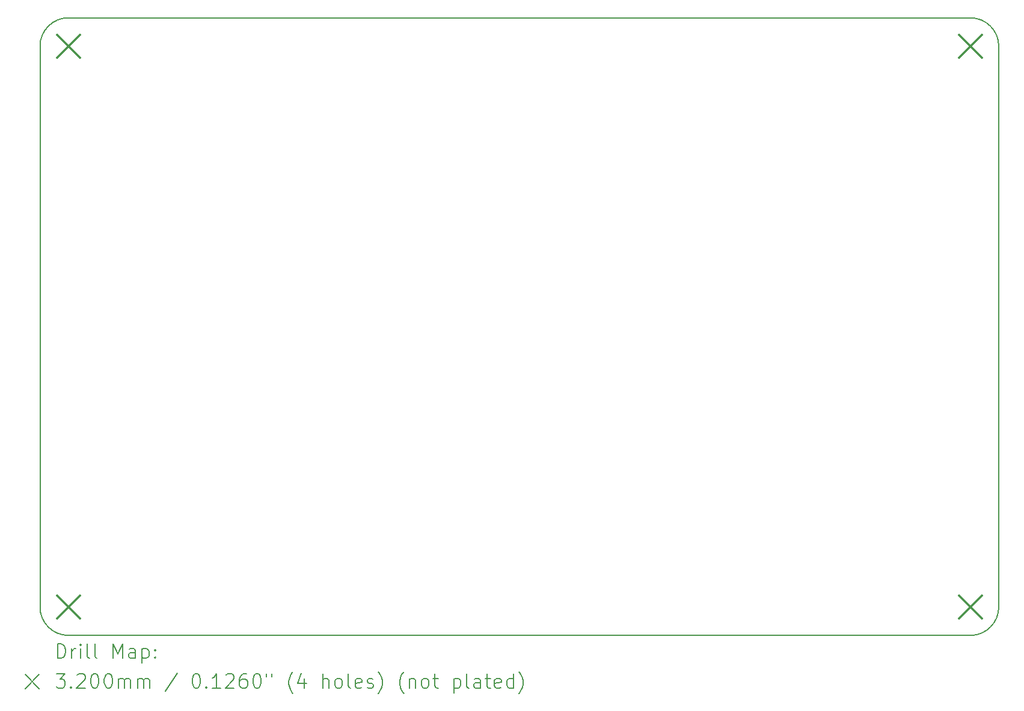
<source format=gbr>
%FSLAX45Y45*%
G04 Gerber Fmt 4.5, Leading zero omitted, Abs format (unit mm)*
G04 Created by KiCad (PCBNEW (6.0.4)) date 2022-07-29 23:36:17*
%MOMM*%
%LPD*%
G01*
G04 APERTURE LIST*
%TA.AperFunction,Profile*%
%ADD10C,0.200000*%
%TD*%
%ADD11C,0.200000*%
%ADD12C,0.320000*%
G04 APERTURE END LIST*
D10*
X6200000Y-5300000D02*
G75*
G03*
X5800000Y-5700000I0J-400000D01*
G01*
X18900000Y-5300000D02*
X6200000Y-5300000D01*
X6200000Y-14000000D02*
X18900000Y-14000000D01*
X5800000Y-5700000D02*
X5800000Y-13600000D01*
X18900000Y-14000000D02*
G75*
G03*
X19300000Y-13600000I0J400000D01*
G01*
X19300000Y-13600000D02*
X19300000Y-5700000D01*
X5800000Y-13600000D02*
G75*
G03*
X6200000Y-14000000I400000J0D01*
G01*
X19300000Y-5700000D02*
G75*
G03*
X18900000Y-5300000I-400000J0D01*
G01*
D11*
D12*
X6040000Y-5540000D02*
X6360000Y-5860000D01*
X6360000Y-5540000D02*
X6040000Y-5860000D01*
X6040000Y-13440000D02*
X6360000Y-13760000D01*
X6360000Y-13440000D02*
X6040000Y-13760000D01*
X18740000Y-5540000D02*
X19060000Y-5860000D01*
X19060000Y-5540000D02*
X18740000Y-5860000D01*
X18740000Y-13440000D02*
X19060000Y-13760000D01*
X19060000Y-13440000D02*
X18740000Y-13760000D01*
D11*
X6047619Y-14320476D02*
X6047619Y-14120476D01*
X6095238Y-14120476D01*
X6123809Y-14130000D01*
X6142857Y-14149048D01*
X6152381Y-14168095D01*
X6161905Y-14206190D01*
X6161905Y-14234762D01*
X6152381Y-14272857D01*
X6142857Y-14291905D01*
X6123809Y-14310952D01*
X6095238Y-14320476D01*
X6047619Y-14320476D01*
X6247619Y-14320476D02*
X6247619Y-14187143D01*
X6247619Y-14225238D02*
X6257143Y-14206190D01*
X6266667Y-14196667D01*
X6285714Y-14187143D01*
X6304762Y-14187143D01*
X6371428Y-14320476D02*
X6371428Y-14187143D01*
X6371428Y-14120476D02*
X6361905Y-14130000D01*
X6371428Y-14139524D01*
X6380952Y-14130000D01*
X6371428Y-14120476D01*
X6371428Y-14139524D01*
X6495238Y-14320476D02*
X6476190Y-14310952D01*
X6466667Y-14291905D01*
X6466667Y-14120476D01*
X6600000Y-14320476D02*
X6580952Y-14310952D01*
X6571428Y-14291905D01*
X6571428Y-14120476D01*
X6828571Y-14320476D02*
X6828571Y-14120476D01*
X6895238Y-14263333D01*
X6961905Y-14120476D01*
X6961905Y-14320476D01*
X7142857Y-14320476D02*
X7142857Y-14215714D01*
X7133333Y-14196667D01*
X7114286Y-14187143D01*
X7076190Y-14187143D01*
X7057143Y-14196667D01*
X7142857Y-14310952D02*
X7123809Y-14320476D01*
X7076190Y-14320476D01*
X7057143Y-14310952D01*
X7047619Y-14291905D01*
X7047619Y-14272857D01*
X7057143Y-14253809D01*
X7076190Y-14244286D01*
X7123809Y-14244286D01*
X7142857Y-14234762D01*
X7238095Y-14187143D02*
X7238095Y-14387143D01*
X7238095Y-14196667D02*
X7257143Y-14187143D01*
X7295238Y-14187143D01*
X7314286Y-14196667D01*
X7323809Y-14206190D01*
X7333333Y-14225238D01*
X7333333Y-14282381D01*
X7323809Y-14301428D01*
X7314286Y-14310952D01*
X7295238Y-14320476D01*
X7257143Y-14320476D01*
X7238095Y-14310952D01*
X7419048Y-14301428D02*
X7428571Y-14310952D01*
X7419048Y-14320476D01*
X7409524Y-14310952D01*
X7419048Y-14301428D01*
X7419048Y-14320476D01*
X7419048Y-14196667D02*
X7428571Y-14206190D01*
X7419048Y-14215714D01*
X7409524Y-14206190D01*
X7419048Y-14196667D01*
X7419048Y-14215714D01*
X5590000Y-14550000D02*
X5790000Y-14750000D01*
X5790000Y-14550000D02*
X5590000Y-14750000D01*
X6028571Y-14540476D02*
X6152381Y-14540476D01*
X6085714Y-14616667D01*
X6114286Y-14616667D01*
X6133333Y-14626190D01*
X6142857Y-14635714D01*
X6152381Y-14654762D01*
X6152381Y-14702381D01*
X6142857Y-14721428D01*
X6133333Y-14730952D01*
X6114286Y-14740476D01*
X6057143Y-14740476D01*
X6038095Y-14730952D01*
X6028571Y-14721428D01*
X6238095Y-14721428D02*
X6247619Y-14730952D01*
X6238095Y-14740476D01*
X6228571Y-14730952D01*
X6238095Y-14721428D01*
X6238095Y-14740476D01*
X6323809Y-14559524D02*
X6333333Y-14550000D01*
X6352381Y-14540476D01*
X6400000Y-14540476D01*
X6419048Y-14550000D01*
X6428571Y-14559524D01*
X6438095Y-14578571D01*
X6438095Y-14597619D01*
X6428571Y-14626190D01*
X6314286Y-14740476D01*
X6438095Y-14740476D01*
X6561905Y-14540476D02*
X6580952Y-14540476D01*
X6600000Y-14550000D01*
X6609524Y-14559524D01*
X6619048Y-14578571D01*
X6628571Y-14616667D01*
X6628571Y-14664286D01*
X6619048Y-14702381D01*
X6609524Y-14721428D01*
X6600000Y-14730952D01*
X6580952Y-14740476D01*
X6561905Y-14740476D01*
X6542857Y-14730952D01*
X6533333Y-14721428D01*
X6523809Y-14702381D01*
X6514286Y-14664286D01*
X6514286Y-14616667D01*
X6523809Y-14578571D01*
X6533333Y-14559524D01*
X6542857Y-14550000D01*
X6561905Y-14540476D01*
X6752381Y-14540476D02*
X6771428Y-14540476D01*
X6790476Y-14550000D01*
X6800000Y-14559524D01*
X6809524Y-14578571D01*
X6819048Y-14616667D01*
X6819048Y-14664286D01*
X6809524Y-14702381D01*
X6800000Y-14721428D01*
X6790476Y-14730952D01*
X6771428Y-14740476D01*
X6752381Y-14740476D01*
X6733333Y-14730952D01*
X6723809Y-14721428D01*
X6714286Y-14702381D01*
X6704762Y-14664286D01*
X6704762Y-14616667D01*
X6714286Y-14578571D01*
X6723809Y-14559524D01*
X6733333Y-14550000D01*
X6752381Y-14540476D01*
X6904762Y-14740476D02*
X6904762Y-14607143D01*
X6904762Y-14626190D02*
X6914286Y-14616667D01*
X6933333Y-14607143D01*
X6961905Y-14607143D01*
X6980952Y-14616667D01*
X6990476Y-14635714D01*
X6990476Y-14740476D01*
X6990476Y-14635714D02*
X7000000Y-14616667D01*
X7019048Y-14607143D01*
X7047619Y-14607143D01*
X7066667Y-14616667D01*
X7076190Y-14635714D01*
X7076190Y-14740476D01*
X7171428Y-14740476D02*
X7171428Y-14607143D01*
X7171428Y-14626190D02*
X7180952Y-14616667D01*
X7200000Y-14607143D01*
X7228571Y-14607143D01*
X7247619Y-14616667D01*
X7257143Y-14635714D01*
X7257143Y-14740476D01*
X7257143Y-14635714D02*
X7266667Y-14616667D01*
X7285714Y-14607143D01*
X7314286Y-14607143D01*
X7333333Y-14616667D01*
X7342857Y-14635714D01*
X7342857Y-14740476D01*
X7733333Y-14530952D02*
X7561905Y-14788095D01*
X7990476Y-14540476D02*
X8009524Y-14540476D01*
X8028571Y-14550000D01*
X8038095Y-14559524D01*
X8047619Y-14578571D01*
X8057143Y-14616667D01*
X8057143Y-14664286D01*
X8047619Y-14702381D01*
X8038095Y-14721428D01*
X8028571Y-14730952D01*
X8009524Y-14740476D01*
X7990476Y-14740476D01*
X7971428Y-14730952D01*
X7961905Y-14721428D01*
X7952381Y-14702381D01*
X7942857Y-14664286D01*
X7942857Y-14616667D01*
X7952381Y-14578571D01*
X7961905Y-14559524D01*
X7971428Y-14550000D01*
X7990476Y-14540476D01*
X8142857Y-14721428D02*
X8152381Y-14730952D01*
X8142857Y-14740476D01*
X8133333Y-14730952D01*
X8142857Y-14721428D01*
X8142857Y-14740476D01*
X8342857Y-14740476D02*
X8228571Y-14740476D01*
X8285714Y-14740476D02*
X8285714Y-14540476D01*
X8266667Y-14569048D01*
X8247619Y-14588095D01*
X8228571Y-14597619D01*
X8419048Y-14559524D02*
X8428571Y-14550000D01*
X8447619Y-14540476D01*
X8495238Y-14540476D01*
X8514286Y-14550000D01*
X8523810Y-14559524D01*
X8533333Y-14578571D01*
X8533333Y-14597619D01*
X8523810Y-14626190D01*
X8409524Y-14740476D01*
X8533333Y-14740476D01*
X8704762Y-14540476D02*
X8666667Y-14540476D01*
X8647619Y-14550000D01*
X8638095Y-14559524D01*
X8619048Y-14588095D01*
X8609524Y-14626190D01*
X8609524Y-14702381D01*
X8619048Y-14721428D01*
X8628571Y-14730952D01*
X8647619Y-14740476D01*
X8685714Y-14740476D01*
X8704762Y-14730952D01*
X8714286Y-14721428D01*
X8723810Y-14702381D01*
X8723810Y-14654762D01*
X8714286Y-14635714D01*
X8704762Y-14626190D01*
X8685714Y-14616667D01*
X8647619Y-14616667D01*
X8628571Y-14626190D01*
X8619048Y-14635714D01*
X8609524Y-14654762D01*
X8847619Y-14540476D02*
X8866667Y-14540476D01*
X8885714Y-14550000D01*
X8895238Y-14559524D01*
X8904762Y-14578571D01*
X8914286Y-14616667D01*
X8914286Y-14664286D01*
X8904762Y-14702381D01*
X8895238Y-14721428D01*
X8885714Y-14730952D01*
X8866667Y-14740476D01*
X8847619Y-14740476D01*
X8828571Y-14730952D01*
X8819048Y-14721428D01*
X8809524Y-14702381D01*
X8800000Y-14664286D01*
X8800000Y-14616667D01*
X8809524Y-14578571D01*
X8819048Y-14559524D01*
X8828571Y-14550000D01*
X8847619Y-14540476D01*
X8990476Y-14540476D02*
X8990476Y-14578571D01*
X9066667Y-14540476D02*
X9066667Y-14578571D01*
X9361905Y-14816667D02*
X9352381Y-14807143D01*
X9333333Y-14778571D01*
X9323810Y-14759524D01*
X9314286Y-14730952D01*
X9304762Y-14683333D01*
X9304762Y-14645238D01*
X9314286Y-14597619D01*
X9323810Y-14569048D01*
X9333333Y-14550000D01*
X9352381Y-14521428D01*
X9361905Y-14511905D01*
X9523810Y-14607143D02*
X9523810Y-14740476D01*
X9476190Y-14530952D02*
X9428571Y-14673809D01*
X9552381Y-14673809D01*
X9780952Y-14740476D02*
X9780952Y-14540476D01*
X9866667Y-14740476D02*
X9866667Y-14635714D01*
X9857143Y-14616667D01*
X9838095Y-14607143D01*
X9809524Y-14607143D01*
X9790476Y-14616667D01*
X9780952Y-14626190D01*
X9990476Y-14740476D02*
X9971429Y-14730952D01*
X9961905Y-14721428D01*
X9952381Y-14702381D01*
X9952381Y-14645238D01*
X9961905Y-14626190D01*
X9971429Y-14616667D01*
X9990476Y-14607143D01*
X10019048Y-14607143D01*
X10038095Y-14616667D01*
X10047619Y-14626190D01*
X10057143Y-14645238D01*
X10057143Y-14702381D01*
X10047619Y-14721428D01*
X10038095Y-14730952D01*
X10019048Y-14740476D01*
X9990476Y-14740476D01*
X10171429Y-14740476D02*
X10152381Y-14730952D01*
X10142857Y-14711905D01*
X10142857Y-14540476D01*
X10323810Y-14730952D02*
X10304762Y-14740476D01*
X10266667Y-14740476D01*
X10247619Y-14730952D01*
X10238095Y-14711905D01*
X10238095Y-14635714D01*
X10247619Y-14616667D01*
X10266667Y-14607143D01*
X10304762Y-14607143D01*
X10323810Y-14616667D01*
X10333333Y-14635714D01*
X10333333Y-14654762D01*
X10238095Y-14673809D01*
X10409524Y-14730952D02*
X10428571Y-14740476D01*
X10466667Y-14740476D01*
X10485714Y-14730952D01*
X10495238Y-14711905D01*
X10495238Y-14702381D01*
X10485714Y-14683333D01*
X10466667Y-14673809D01*
X10438095Y-14673809D01*
X10419048Y-14664286D01*
X10409524Y-14645238D01*
X10409524Y-14635714D01*
X10419048Y-14616667D01*
X10438095Y-14607143D01*
X10466667Y-14607143D01*
X10485714Y-14616667D01*
X10561905Y-14816667D02*
X10571429Y-14807143D01*
X10590476Y-14778571D01*
X10600000Y-14759524D01*
X10609524Y-14730952D01*
X10619048Y-14683333D01*
X10619048Y-14645238D01*
X10609524Y-14597619D01*
X10600000Y-14569048D01*
X10590476Y-14550000D01*
X10571429Y-14521428D01*
X10561905Y-14511905D01*
X10923810Y-14816667D02*
X10914286Y-14807143D01*
X10895238Y-14778571D01*
X10885714Y-14759524D01*
X10876190Y-14730952D01*
X10866667Y-14683333D01*
X10866667Y-14645238D01*
X10876190Y-14597619D01*
X10885714Y-14569048D01*
X10895238Y-14550000D01*
X10914286Y-14521428D01*
X10923810Y-14511905D01*
X11000000Y-14607143D02*
X11000000Y-14740476D01*
X11000000Y-14626190D02*
X11009524Y-14616667D01*
X11028571Y-14607143D01*
X11057143Y-14607143D01*
X11076190Y-14616667D01*
X11085714Y-14635714D01*
X11085714Y-14740476D01*
X11209524Y-14740476D02*
X11190476Y-14730952D01*
X11180952Y-14721428D01*
X11171429Y-14702381D01*
X11171429Y-14645238D01*
X11180952Y-14626190D01*
X11190476Y-14616667D01*
X11209524Y-14607143D01*
X11238095Y-14607143D01*
X11257143Y-14616667D01*
X11266667Y-14626190D01*
X11276190Y-14645238D01*
X11276190Y-14702381D01*
X11266667Y-14721428D01*
X11257143Y-14730952D01*
X11238095Y-14740476D01*
X11209524Y-14740476D01*
X11333333Y-14607143D02*
X11409524Y-14607143D01*
X11361905Y-14540476D02*
X11361905Y-14711905D01*
X11371428Y-14730952D01*
X11390476Y-14740476D01*
X11409524Y-14740476D01*
X11628571Y-14607143D02*
X11628571Y-14807143D01*
X11628571Y-14616667D02*
X11647619Y-14607143D01*
X11685714Y-14607143D01*
X11704762Y-14616667D01*
X11714286Y-14626190D01*
X11723809Y-14645238D01*
X11723809Y-14702381D01*
X11714286Y-14721428D01*
X11704762Y-14730952D01*
X11685714Y-14740476D01*
X11647619Y-14740476D01*
X11628571Y-14730952D01*
X11838095Y-14740476D02*
X11819048Y-14730952D01*
X11809524Y-14711905D01*
X11809524Y-14540476D01*
X12000000Y-14740476D02*
X12000000Y-14635714D01*
X11990476Y-14616667D01*
X11971428Y-14607143D01*
X11933333Y-14607143D01*
X11914286Y-14616667D01*
X12000000Y-14730952D02*
X11980952Y-14740476D01*
X11933333Y-14740476D01*
X11914286Y-14730952D01*
X11904762Y-14711905D01*
X11904762Y-14692857D01*
X11914286Y-14673809D01*
X11933333Y-14664286D01*
X11980952Y-14664286D01*
X12000000Y-14654762D01*
X12066667Y-14607143D02*
X12142857Y-14607143D01*
X12095238Y-14540476D02*
X12095238Y-14711905D01*
X12104762Y-14730952D01*
X12123809Y-14740476D01*
X12142857Y-14740476D01*
X12285714Y-14730952D02*
X12266667Y-14740476D01*
X12228571Y-14740476D01*
X12209524Y-14730952D01*
X12200000Y-14711905D01*
X12200000Y-14635714D01*
X12209524Y-14616667D01*
X12228571Y-14607143D01*
X12266667Y-14607143D01*
X12285714Y-14616667D01*
X12295238Y-14635714D01*
X12295238Y-14654762D01*
X12200000Y-14673809D01*
X12466667Y-14740476D02*
X12466667Y-14540476D01*
X12466667Y-14730952D02*
X12447619Y-14740476D01*
X12409524Y-14740476D01*
X12390476Y-14730952D01*
X12380952Y-14721428D01*
X12371428Y-14702381D01*
X12371428Y-14645238D01*
X12380952Y-14626190D01*
X12390476Y-14616667D01*
X12409524Y-14607143D01*
X12447619Y-14607143D01*
X12466667Y-14616667D01*
X12542857Y-14816667D02*
X12552381Y-14807143D01*
X12571428Y-14778571D01*
X12580952Y-14759524D01*
X12590476Y-14730952D01*
X12600000Y-14683333D01*
X12600000Y-14645238D01*
X12590476Y-14597619D01*
X12580952Y-14569048D01*
X12571428Y-14550000D01*
X12552381Y-14521428D01*
X12542857Y-14511905D01*
M02*

</source>
